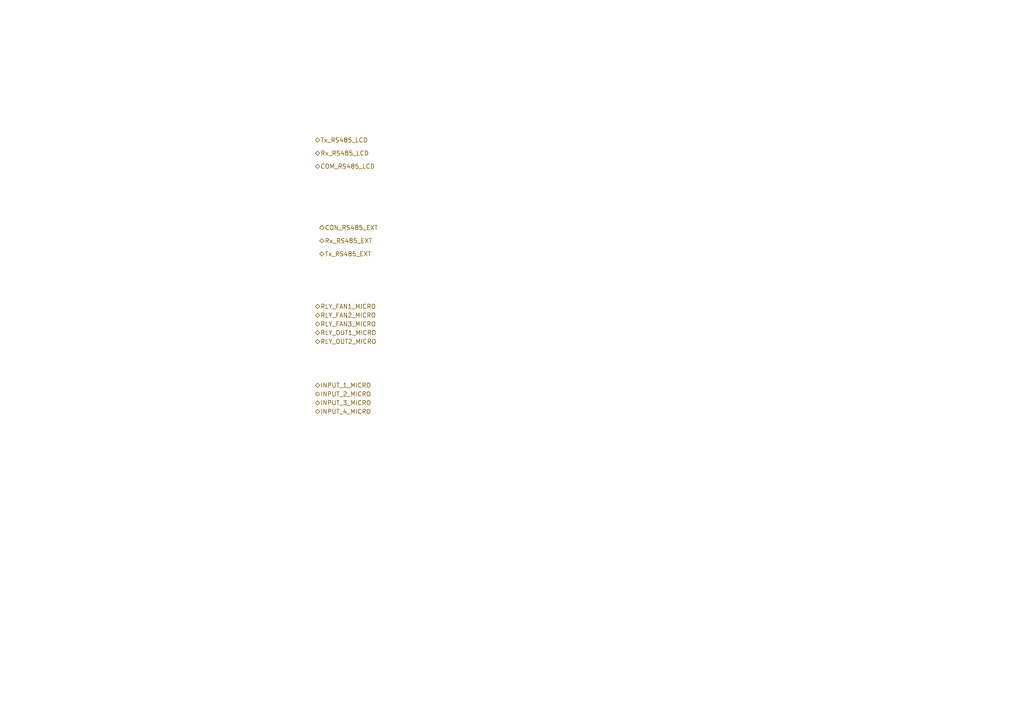
<source format=kicad_sch>
(kicad_sch (version 20230121) (generator eeschema)
  (paper "A4")
  (lib_symbols)
  (hierarchical_label "RLY_FAN1_MICRO" (shape bidirectional) (at 91.44 88.9 0))
  (hierarchical_label "RLY_OUT2_MICRO" (shape bidirectional) (at 91.44 99.06 0))
  (hierarchical_label "CON_RS485_EXT" (shape bidirectional) (at 92.71 66.04 0))
  (hierarchical_label "RLY_OUT1_MICRO" (shape bidirectional) (at 91.44 96.52 0))
  (hierarchical_label "INPUT_2_MICRO" (shape bidirectional) (at 91.44 114.3 0))
  (hierarchical_label "INPUT_4_MICRO" (shape bidirectional) (at 91.44 119.38 0))
  (hierarchical_label "RLY_FAN2_MICRO" (shape bidirectional) (at 91.44 91.44 0))
  (hierarchical_label "INPUT_3_MICRO" (shape bidirectional) (at 91.44 116.84 0))
  (hierarchical_label "COM_RS485_LCD" (shape bidirectional) (at 91.44 48.26 0))
  (hierarchical_label "Rx_RS485_EXT" (shape bidirectional) (at 92.71 69.85 0))
  (hierarchical_label "RLY_FAN3_MICRO" (shape bidirectional) (at 91.44 93.98 0))
  (hierarchical_label "Rx_RS485_LCD" (shape bidirectional) (at 91.44 44.45 0))
  (hierarchical_label "Tx_RS485_LCD" (shape bidirectional) (at 91.44 40.64 0))
  (hierarchical_label "INPUT_1_MICRO" (shape bidirectional) (at 91.44 111.76 0))
  (hierarchical_label "Tx_RS485_EXT" (shape bidirectional) (at 92.71 73.66 0))
)
</source>
